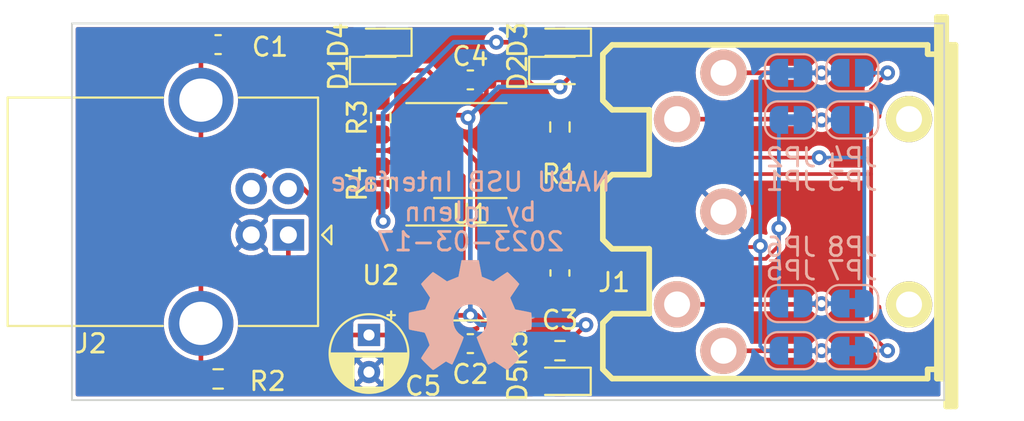
<source format=kicad_pcb>
(kicad_pcb (version 20221018) (generator pcbnew)
  (layers (0 "F.Cu" signal) (31 "B.Cu" signal) (34 "B.Paste" user) (35 "F.Paste" user) (36 "B.SilkS" user "B.Silkscreen") (37 "F.SilkS" user "F.Silkscreen") (38 "B.Mask" user) (39 "F.Mask" user) (44 "Edge.Cuts" user))
  (net 0 "")
  (net 1 "Net-(J2-Shield)")
  (net 2 "GND")
  (net 3 "+5V")
  (net 4 "+3.3V")
  (net 5 "/RXD-")
  (net 6 "/TXD-")
  (net 7 "/TXD+")
  (net 8 "/RXD+")
  (net 9 "Net-(J2-D-)")
  (net 10 "Net-(J2-D+)")
  (net 12 "Net-(D1-K)")
  (net 13 "Net-(D2-K)")
  (net 14 "Net-(U1-RO)")
  (net 15 "Net-(U1-DI)")
  (net 16 "Net-(D5-A)")
  (net 17 "Net-(JP1-A)")
  (net 18 "Net-(JP2-A)")
  (net 19 "Net-(JP5-A)")
  (net 20 "Net-(JP6-A)")
  (footprint "LED_SMD:LED_0603_1608Metric_Pad1.05x0.95mm_HandSolder" (layer "F.Cu") (at 97.423 92.456 180)
    (fp_text reference "D3" (at 2.3 0.127 90) (layer "F.SilkS"))
    (fp_text value "LED")
    (pad "1" smd roundrect (at -0.875 0 180) (size 1.05 0.95) (layers "F.Cu" "F.Paste" "F.Mask") (net 2 "GND"))
    (pad "2" smd roundrect (at 0.875 0 180) (size 1.05 0.95) (layers "F.Cu" "F.Paste" "F.Mask") (net 13 "Net-(D2-K)"))
  )
  (footprint "Capacitor_THT:CP_Radial_D4.0mm_P2.00mm" (layer "F.Cu") (at 87.122 108.247401 -90)
    (fp_text reference "C5" (at 2.750599 -2.921 -180) (layer "F.SilkS"))
    (fp_text value "47u")
    (pad "1" thru_hole rect (at 0 0 270) (size 1.2 1.2) (drill 0.6) (layers "*.Cu" "*.Mask") (net 3 "+5V"))
    (pad "2" thru_hole circle (at 2 0 270) (size 1.2 1.2) (drill 0.6) (layers "*.Cu" "*.Mask") (net 2 "GND"))
  )
  (footprint "Connector_USB:USB_B_OST_USB-B1HSxx_Horizontal" (layer "F.Cu") (at 82.7775 102.85 180)
    (fp_text reference "J2" (at 10.6415 -5.862) (layer "F.SilkS"))
    (fp_text value "USB_B")
    (pad "1" thru_hole rect (at 0 0 180) (size 1.7 1.7) (drill 0.92) (layers "*.Cu" "*.Mask") (net 3 "+5V"))
    (pad "2" thru_hole circle (at 0 2.5 180) (size 1.7 1.7) (drill 0.92) (layers "*.Cu" "*.Mask") (net 9 "Net-(J2-D-)"))
    (pad "3" thru_hole circle (at 2 2.5 180) (size 1.7 1.7) (drill 0.92) (layers "*.Cu" "*.Mask") (net 10 "Net-(J2-D+)"))
    (pad "4" thru_hole circle (at 2 0 180) (size 1.7 1.7) (drill 0.92) (layers "*.Cu" "*.Mask") (net 2 "GND"))
    (pad "5" thru_hole circle (at 4.71 -4.77 180) (size 3.5 3.5) (drill 2.33) (layers "*.Cu" "*.Mask") (net 1 "Net-(J2-Shield)"))
    (pad "5" thru_hole circle (at 4.71 7.27 180) (size 3.5 3.5) (drill 2.33) (layers "*.Cu" "*.Mask") (net 1 "Net-(J2-Shield)"))
  )
  (footprint "Capacitor_SMD:C_0603_1608Metric_Pad1.08x0.95mm_HandSolder" (layer "F.Cu") (at 97.409 104.902 -90)
    (fp_text reference "C3" (at 2.54 0 -180) (layer "F.SilkS"))
    (fp_text value "100n")
    (pad "1" smd roundrect (at -0.8625 0 270) (size 1.075 0.95) (layers "F.Cu" "F.Paste" "F.Mask") (net 4 "+3.3V"))
    (pad "2" smd roundrect (at 0.8625 0 270) (size 1.075 0.95) (layers "F.Cu" "F.Paste" "F.Mask") (net 2 "GND"))
  )
  (footprint "Package_SO:SOIC-8_3.9x4.9mm_P1.27mm" (layer "F.Cu") (at 92.583 98.298)
    (fp_text reference "U1" (at 0 3.429) (layer "F.SilkS"))
    (fp_text value "SN75179BD")
    (pad "1" smd roundrect (at -2.475 -1.905) (size 1.95 0.6) (layers "F.Cu" "F.Paste" "F.Mask") (net 3 "+5V"))
    (pad "2" smd roundrect (at -2.475 -0.635) (size 1.95 0.6) (layers "F.Cu" "F.Paste" "F.Mask") (net 14 "Net-(U1-RO)"))
    (pad "3" smd roundrect (at -2.475 0.635) (size 1.95 0.6) (layers "F.Cu" "F.Paste" "F.Mask") (net 15 "Net-(U1-DI)"))
    (pad "4" smd roundrect (at -2.475 1.905) (size 1.95 0.6) (layers "F.Cu" "F.Paste" "F.Mask") (net 2 "GND"))
    (pad "5" smd roundrect (at 2.475 1.905) (size 1.95 0.6) (layers "F.Cu" "F.Paste" "F.Mask") (net 6 "/TXD-"))
    (pad "6" smd roundrect (at 2.475 0.635) (size 1.95 0.6) (layers "F.Cu" "F.Paste" "F.Mask") (net 7 "/TXD+"))
    (pad "7" smd roundrect (at 2.475 -0.635) (size 1.95 0.6) (layers "F.Cu" "F.Paste" "F.Mask") (net 5 "/RXD-"))
    (pad "8" smd roundrect (at 2.475 -1.905) (size 1.95 0.6) (layers "F.Cu" "F.Paste" "F.Mask") (net 8 "/RXD+"))
  )
  (footprint "Resistor_SMD:R_0603_1608Metric_Pad0.98x0.95mm_HandSolder" (layer "F.Cu") (at 87.757 96.52 -90)
    (fp_text reference "R3" (at 0 1.27 90) (layer "F.SilkS"))
    (fp_text value "1K")
    (pad "1" smd roundrect (at -0.9125 0 270) (size 0.975 0.95) (layers "F.Cu" "F.Paste" "F.Mask") (net 12 "Net-(D1-K)"))
    (pad "2" smd roundrect (at 0.9125 0 270) (size 0.975 0.95) (layers "F.Cu" "F.Paste" "F.Mask") (net 14 "Net-(U1-RO)"))
  )
  (footprint "LED_SMD:LED_0603_1608Metric_Pad1.05x0.95mm_HandSolder" (layer "F.Cu") (at 97.409 110.744 180)
    (fp_text reference "D5" (at 2.286 -0.127 90) (layer "F.SilkS"))
    (fp_text value "LED")
    (pad "1" smd roundrect (at -0.875 0 180) (size 1.05 0.95) (layers "F.Cu" "F.Paste" "F.Mask") (net 2 "GND"))
    (pad "2" smd roundrect (at 0.875 0 180) (size 1.05 0.95) (layers "F.Cu" "F.Paste" "F.Mask") (net 16 "Net-(D5-A)"))
  )
  (footprint "LED_SMD:LED_0603_1608Metric_Pad1.05x0.95mm_HandSolder" (layer "F.Cu") (at 87.757 92.456 180)
    (fp_text reference "D4" (at 2.286 0.127 90) (layer "F.SilkS"))
    (fp_text value "LED")
    (pad "1" smd roundrect (at -0.875 0 180) (size 1.05 0.95) (layers "F.Cu" "F.Paste" "F.Mask") (net 2 "GND"))
    (pad "2" smd roundrect (at 0.875 0 180) (size 1.05 0.95) (layers "F.Cu" "F.Paste" "F.Mask") (net 12 "Net-(D1-K)"))
  )
  (footprint "LED_SMD:LED_0603_1608Metric_Pad1.05x0.95mm_HandSolder" (layer "F.Cu") (at 97.409 93.98)
    (fp_text reference "D2" (at -2.286 0.127 90) (layer "F.SilkS"))
    (fp_text value "LED")
    (pad "1" smd roundrect (at -0.875 0) (size 1.05 0.95) (layers "F.Cu" "F.Paste" "F.Mask") (net 13 "Net-(D2-K)"))
    (pad "2" smd roundrect (at 0.875 0) (size 1.05 0.95) (layers "F.Cu" "F.Paste" "F.Mask") (net 3 "+5V"))
  )
  (footprint "Capacitor_SMD:C_0603_1608Metric_Pad1.08x0.95mm_HandSolder" (layer "F.Cu") (at 92.583 94.488)
    (fp_text reference "C4" (at 0 -1.27) (layer "F.SilkS"))
    (fp_text value "100n")
    (pad "1" smd roundrect (at -0.8625 0) (size 1.075 0.95) (layers "F.Cu" "F.Paste" "F.Mask") (net 3 "+5V"))
    (pad "2" smd roundrect (at 0.8625 0) (size 1.075 0.95) (layers "F.Cu" "F.Paste" "F.Mask") (net 2 "GND"))
  )
  (footprint "Resistor_SMD:R_0603_1608Metric_Pad0.98x0.95mm_HandSolder" (layer "F.Cu") (at 97.409 97.028 -90)
    (fp_text reference "R1" (at 2.54 0 -180) (layer "F.SilkS"))
    (fp_text value "120")
    (pad "1" smd roundrect (at -0.9125 0 270) (size 0.975 0.95) (layers "F.Cu" "F.Paste" "F.Mask") (net 8 "/RXD+"))
    (pad "2" smd roundrect (at 0.9125 0 270) (size 0.975 0.95) (layers "F.Cu" "F.Paste" "F.Mask") (net 5 "/RXD-"))
  )
  (footprint "Capacitor_SMD:C_0603_1608Metric_Pad1.08x0.95mm_HandSolder" (layer "F.Cu") (at 92.583 108.712 180)
    (fp_text reference "C2" (at 0 -1.651) (layer "F.SilkS"))
    (fp_text value "100n")
    (pad "1" smd roundrect (at -0.8625 0 180) (size 1.075 0.95) (layers "F.Cu" "F.Paste" "F.Mask") (net 3 "+5V"))
    (pad "2" smd roundrect (at 0.8625 0 180) (size 1.075 0.95) (layers "F.Cu" "F.Paste" "F.Mask") (net 2 "GND"))
  )
  (footprint "Capacitor_SMD:C_0603_1608Metric_Pad1.08x0.95mm_HandSolder" (layer "F.Cu") (at 78.994 92.583)
    (fp_text reference "C1" (at 2.794 0.127) (layer "F.SilkS"))
    (fp_text value "10n")
    (pad "1" smd roundrect (at -0.8625 0) (size 1.075 0.95) (layers "F.Cu" "F.Paste" "F.Mask") (net 1 "Net-(J2-Shield)"))
    (pad "2" smd roundrect (at 0.8625 0) (size 1.075 0.95) (layers "F.Cu" "F.Paste" "F.Mask") (net 2 "GND"))
  )
  (footprint "LED_SMD:LED_0603_1608Metric_Pad1.05x0.95mm_HandSolder" (layer "F.Cu") (at 87.757 93.98)
    (fp_text reference "D1" (at -2.286 0.127 90) (layer "F.SilkS"))
    (fp_text value "LED")
    (pad "1" smd roundrect (at -0.875 0) (size 1.05 0.95) (layers "F.Cu" "F.Paste" "F.Mask") (net 12 "Net-(D1-K)"))
    (pad "2" smd roundrect (at 0.875 0) (size 1.05 0.95) (layers "F.Cu" "F.Paste" "F.Mask") (net 3 "+5V"))
  )
  (footprint "Resistor_SMD:R_0603_1608Metric_Pad0.98x0.95mm_HandSolder" (layer "F.Cu") (at 97.409 109.093)
    (fp_text reference "R5" (at -2.286 -0.127 90) (layer "F.SilkS"))
    (fp_text value "1K")
    (pad "1" smd roundrect (at -0.9125 0) (size 0.975 0.95) (layers "F.Cu" "F.Paste" "F.Mask") (net 16 "Net-(D5-A)"))
    (pad "2" smd roundrect (at 0.9125 0) (size 0.975 0.95) (layers "F.Cu" "F.Paste" "F.Mask") (net 3 "+5V"))
  )
  (footprint "Resistor_SMD:R_0603_1608Metric_Pad0.98x0.95mm_HandSolder" (layer "F.Cu") (at 78.994 110.617)
    (fp_text reference "R2" (at 2.667 0.127) (layer "F.SilkS"))
    (fp_text value "1M")
    (pad "1" smd roundrect (at -0.9125 0) (size 0.975 0.95) (layers "F.Cu" "F.Paste" "F.Mask") (net 1 "Net-(J2-Shield)"))
    (pad "2" smd roundrect (at 0.9125 0) (size 0.975 0.95) (layers "F.Cu" "F.Paste" "F.Mask") (net 2 "GND"))
  )
  (footprint "Package_SO:SOP-8_3.9x4.9mm_P1.27mm" (layer "F.Cu") (at 92.583 104.902)
    (fp_text reference "U2" (at -4.826 0.127) (layer "F.SilkS"))
    (fp_text value "CH340N")
    (pad "1" smd roundrect (at -2.625 -1.905) (size 1.65 0.6) (layers "F.Cu" "F.Paste" "F.Mask") (net 10 "Net-(J2-D+)"))
    (pad "2" smd roundrect (at -2.625 -0.635) (size 1.65 0.6) (layers "F.Cu" "F.Paste" "F.Mask") (net 9 "Net-(J2-D-)"))
    (pad "3" smd roundrect (at -2.625 0.635) (size 1.65 0.6) (layers "F.Cu" "F.Paste" "F.Mask") (net 2 "GND"))
    (pad "4" smd roundrect (at -2.625 1.905) (size 1.65 0.6) (layers "F.Cu" "F.Paste" "F.Mask"))
    (pad "5" smd roundrect (at 2.625 1.905) (size 1.65 0.6) (layers "F.Cu" "F.Paste" "F.Mask") (net 3 "+5V"))
    (pad "6" smd roundrect (at 2.625 0.635) (size 1.65 0.6) (layers "F.Cu" "F.Paste" "F.Mask") (net 15 "Net-(U1-DI)"))
    (pad "7" smd roundrect (at 2.625 -0.635) (size 1.65 0.6) (layers "F.Cu" "F.Paste" "F.Mask") (net 14 "Net-(U1-RO)"))
    (pad "8" smd roundrect (at 2.625 -1.905) (size 1.65 0.6) (layers "F.Cu" "F.Paste" "F.Mask") (net 4 "+3.3V"))
  )
  (footprint "Resistor_SMD:R_0603_1608Metric_Pad0.98x0.95mm_HandSolder" (layer "F.Cu") (at 87.757 100.076 90)
    (fp_text reference "R4" (at 0 -1.27 90) (layer "F.SilkS"))
    (fp_text value "1K")
    (pad "1" smd roundrect (at -0.9125 0 90) (size 0.975 0.95) (layers "F.Cu" "F.Paste" "F.Mask") (net 13 "Net-(D2-K)"))
    (pad "2" smd roundrect (at 0.9125 0 90) (size 0.975 0.95) (layers "F.Cu" "F.Paste" "F.Mask") (net 15 "Net-(U1-DI)"))
  )
  (footprint "Eurocad:MIDI_DIN5" (layer "F.Cu") (at 109.22 101.6 90)
    (fp_text reference "J1" (at -3.81 -8.89 180) (layer "F.SilkS"))
    (fp_text value "DIN-5_180degree" hide)
    (pad "" np_thru_hole circle (at -5.00126 6.9977 90) (size 2.49936 2.49936) (drill 1.397) (layers "*.Cu" "*.Mask" "F.SilkS"))
    (pad "" np_thru_hole circle (at 5.00126 6.9977 90) (size 2.49936 2.49936) (drill 1.397) (layers "*.Cu" "*.Mask" "F.SilkS"))
    (pad "1" thru_hole circle (at 7.49808 -2.9972 90) (size 2.49936 2.49936) (drill 1.397) (layers "*.Cu" "*.SilkS" "*.Mask") (net 18 "Net-(JP2-A)"))
    (pad "2" thru_hole circle (at 0 -2.99974 90) (size 2.49936 2.49936) (drill 1.397) (layers "*.Cu" "*.SilkS" "*.Mask") (net 2 "GND"))
    (pad "3" thru_hole circle (at -7.49808 -2.9972 90) (size 2.49936 2.49936) (drill 1.397) (layers "*.Cu" "*.SilkS" "*.Mask") (net 19 "Net-(JP5-A)"))
    (pad "4" thru_hole circle (at 4.99618 -5.4991 90) (size 2.49936 2.49936) (drill 1.397) (layers "*.Cu" "*.SilkS" "*.Mask") (net 17 "Net-(JP1-A)"))
    (pad "5" thru_hole circle (at -4.99618 -5.4991 90) (size 2.49936 2.49936) (drill 1.397) (layers "*.Cu" "*.SilkS" "*.Mask") (net 20 "Net-(JP6-A)"))
  )
  (footprint "Jumper:SolderJumper-2_P1.3mm_Bridged_RoundedPad1.0x1.5mm" (layer "B.Cu") (at 113.157 106.553)
    (fp_text reference "JP8" (at 0 -3.048) (layer "B.SilkS") (effects (justify mirror)))
    (fp_text value "SolderJumper_2_Bridged")
    (fp_poly (pts (xy 0.25 0.3) (xy -0.25 0.3) (xy -0.25 -0.3) (xy 0.25 -0.3)) (fill solid) (layer "B.Cu"))
    (pad "1" smd custom (at -0.65 0) (size 1 0.5) (layers "B.Cu" "B.Mask") (net 20 "Net-(JP6-A)") (options (clearance outline) (anchor rect)) (primitives (gr_circle (center 0 -0.25) (end 0.5 -0.25) (width 0) (fill yes)) (gr_circle (center 0 0.25) (end 0.5 0.25) (width 0) (fill yes)) (gr_poly (pts (xy 0.5 -0.75) (xy 0 -0.75) (xy 0 0.75) (xy 0.5 0.75)) (width 0) (fill yes))))
    (pad "2" smd custom (at 0.65 0) (size 1 0.5) (layers "B.Cu" "B.Mask") (net 8 "/RXD+") (options (clearance outline) (anchor rect)) (primitives (gr_circle (center 0 -0.25) (end 0.5 -0.25) (width 0) (fill yes)) (gr_circle (center 0 0.25) (end 0.5 0.25) (width 0) (fill yes)) (gr_poly (pts (xy 0 -0.75) (xy -0.5 -0.75) (xy -0.5 0.75) (xy 0 0.75)) (width 0) (fill yes))))
  )
  (footprint "Jumper:SolderJumper-2_P1.3mm_Bridged_RoundedPad1.0x1.5mm" (layer "B.Cu") (at 113.157 109.093)
    (fp_text reference "JP7" (at 0 -4.318) (layer "B.SilkS") (effects (justify mirror)))
    (fp_text value "SolderJumper_2_Bridged")
    (fp_poly (pts (xy 0.25 0.3) (xy -0.25 0.3) (xy -0.25 -0.3) (xy 0.25 -0.3)) (fill solid) (layer "B.Cu"))
    (pad "1" smd custom (at -0.65 0) (size 1 0.5) (layers "B.Cu" "B.Mask") (net 19 "Net-(JP5-A)") (options (clearance outline) (anchor rect)) (primitives (gr_circle (center 0 -0.25) (end 0.5 -0.25) (width 0) (fill yes)) (gr_circle (center 0 0.25) (end 0.5 0.25) (width 0) (fill yes)) (gr_poly (pts (xy 0.5 -0.75) (xy 0 -0.75) (xy 0 0.75) (xy 0.5 0.75)) (width 0) (fill yes))))
    (pad "2" smd custom (at 0.65 0) (size 1 0.5) (layers "B.Cu" "B.Mask") (net 5 "/RXD-") (options (clearance outline) (anchor rect)) (primitives (gr_circle (center 0 -0.25) (end 0.5 -0.25) (width 0) (fill yes)) (gr_circle (center 0 0.25) (end 0.5 0.25) (width 0) (fill yes)) (gr_poly (pts (xy 0 -0.75) (xy -0.5 -0.75) (xy -0.5 0.75) (xy 0 0.75)) (width 0) (fill yes))))
  )
  (footprint "Symbol:OSHW-Symbol_6.7x6mm_SilkScreen" (layer "B.Cu") (at 92.583 107.188 180)
    (fp_text reference "REF**" hide)
    (fp_text value "OSHW-Symbol_6.7x6mm_SilkScreen" hide)
  )
  (footprint "Jumper:SolderJumper-2_P1.3mm_Open_RoundedPad1.0x1.5mm" (layer "B.Cu") (at 113.157 96.647)
    (fp_text reference "JP3" (at 0 3.302) (layer "B.SilkS") (effects (justify mirror)))
    (fp_text value "SolderJumper_2_Open")
    (pad "1" smd custom (at -0.65 0) (size 1 0.5) (layers "B.Cu" "B.Mask") (net 17 "Net-(JP1-A)") (options (clearance outline) (anchor rect)) (primitives (gr_circle (center 0 -0.25) (end 0.5 -0.25) (width 0) (fill yes)) (gr_circle (center 0 0.25) (end 0.5 0.25) (width 0) (fill yes)) (gr_poly (pts (xy 0.5 -0.75) (xy 0 -0.75) (xy 0 0.75) (xy 0.5 0.75)) (width 0) (fill yes))))
    (pad "2" smd custom (at 0.65 0) (size 1 0.5) (layers "B.Cu" "B.Mask") (net 8 "/RXD+") (options (clearance outline) (anchor rect)) (primitives (gr_circle (center 0 -0.25) (end 0.5 -0.25) (width 0) (fill yes)) (gr_circle (center 0 0.25) (end 0.5 0.25) (width 0) (fill yes)) (gr_poly (pts (xy 0 -0.75) (xy -0.5 -0.75) (xy -0.5 0.75) (xy 0 0.75)) (width 0) (fill yes))))
  )
  (footprint "Jumper:SolderJumper-2_P1.3mm_Open_RoundedPad1.0x1.5mm" (layer "B.Cu") (at 109.855 109.093 180)
    (fp_text reference "JP5" (at 0 4.318) (layer "B.SilkS") (effects (justify mirror)))
    (fp_text value "SolderJumper_2_Open")
    (pad "1" smd custom (at -0.65 0 180) (size 1 0.5) (layers "B.Cu" "B.Mask") (net 19 "Net-(JP5-A)") (options (clearance outline) (anchor rect)) (primitives (gr_circle (center 0 -0.25) (end 0.5 -0.25) (width 0) (fill yes)) (gr_circle (center 0 0.25) (end 0.5 0.25) (width 0) (fill yes)) (gr_poly (pts (xy 0.5 -0.75) (xy 0 -0.75) (xy 0 0.75) (xy 0.5 0.75)) (width 0) (fill yes))))
    (pad "2" smd custom (at 0.65 0 180) (size 1 0.5) (layers "B.Cu" "B.Mask") (net 7 "/TXD+") (options (clearance outline) (anchor rect)) (primitives (gr_circle (center 0 -0.25) (end 0.5 -0.25) (width 0) (fill yes)) (gr_circle (center 0 0.25) (end 0.5 0.25) (width 0) (fill yes)) (gr_poly (pts (xy 0 -0.75) (xy -0.5 -0.75) (xy -0.5 0.75) (xy 0 0.75)) (width 0) (fill yes))))
  )
  (footprint "Jumper:SolderJumper-2_P1.3mm_Bridged_RoundedPad1.0x1.5mm" (layer "B.Cu") (at 109.855 94.107 180)
    (fp_text reference "JP2" (at 0 -4.572) (layer "B.SilkS") (effects (justify mirror)))
    (fp_text value "SolderJumper_2_Bridged")
    (fp_poly (pts (xy 0.25 0.3) (xy -0.25 0.3) (xy -0.25 -0.3) (xy 0.25 -0.3)) (fill solid) (layer "B.Cu"))
    (pad "1" smd custom (at -0.65 0 180) (size 1 0.5) (layers "B.Cu" "B.Mask") (net 18 "Net-(JP2-A)") (options (clearance outline) (anchor rect)) (primitives (gr_circle (center 0 -0.25) (end 0.5 -0.25) (width 0) (fill yes)) (gr_circle (center 0 0.25) (end 0.5 0.25) (width 0) (fill yes)) (gr_poly (pts (xy 0.5 -0.75) (xy 0 -0.75) (xy 0 0.75) (xy 0.5 0.75)) (width 0) (fill yes))))
    (pad "2" smd custom (at 0.65 0 180) (size 1 0.5) (layers "B.Cu" "B.Mask") (net 7 "/TXD+") (options (clearance outline) (anchor rect)) (primitives (gr_circle (center 0 -0.25) (end 0.5 -0.25) (width 0) (fill yes)) (gr_circle (center 0 0.25) (end 0.5 0.25) (width 0) (fill yes)) (gr_poly (pts (xy 0 -0.75) (xy -0.5 -0.75) (xy -0.5 0.75) (xy 0 0.75)) (width 0) (fill yes))))
  )
  (footprint "Jumper:SolderJumper-2_P1.3mm_Open_RoundedPad1.0x1.5mm" (layer "B.Cu") (at 109.855 106.553 180)
    (fp_text reference "JP6" (at 0 3.048) (layer "B.SilkS") (effects (justify mirror)))
    (fp_text value "SolderJumper_2_Open")
    (pad "1" smd custom (at -0.65 0 180) (size 1 0.5) (layers "B.Cu" "B.Mask") (net 20 "Net-(JP6-A)") (options (clearance outline) (anchor rect)) (primitives (gr_circle (center 0 -0.25) (end 0.5 -0.25) (width 0) (fill yes)) (gr_circle (center 0 0.25) (end 0.5 0.25) (width 0) (fill yes)) (gr_poly (pts (xy 0.5 -0.75) (xy 0 -0.75) (xy 0 0.75) (xy 0.5 0.75)) (width 0) (fill yes))))
    (pad "2" smd custom (at 0.65 0 180) (size 1 0.5) (layers "B.Cu" "B.Mask") (net 6 "/TXD-") (options (clearance outline) (anchor rect)) (primitives (gr_circle (center 0 -0.25) (end 0.5 -0.25) (width 0) (fill yes)) (gr_circle (center 0 0.25) (end 0.5 0.25) (width 0) (fill yes)) (gr_poly (pts (xy 0 -0.75) (xy -0.5 -0.75) (xy -0.5 0.75) (xy 0 0.75)) (width 0) (fill yes))))
  )
  (footprint "Jumper:SolderJumper-2_P1.3mm_Bridged_RoundedPad1.0x1.5mm" (layer "B.Cu") (at 109.855 96.647 180)
    (fp_text reference "JP1" (at 0 -3.302) (layer "B.SilkS") (effects (justify mirror)))
    (fp_text value "SolderJumper_2_Bridged")
    (fp_poly (pts (xy 0.25 0.3) (xy -0.25 0.3) (xy -0.25 -0.3) (xy 0.25 -0.3)) (fill solid) (layer "B.Cu"))
    (pad "1" smd custom (at -0.65 0 180) (size 1 0.5) (layers "B.Cu" "B.Mask") (net 17 "Net-(JP1-A)") (options (clearance outline) (anchor rect)) (primitives (gr_circle (center 0 -0.25) (end 0.5 -0.25) (width 0) (fill yes)) (gr_circle (center 0 0.25) (end 0.5 0.25) (width 0) (fill yes)) (gr_poly (pts (xy 0.5 -0.75) (xy 0 -0.75) (xy 0 0.75) (xy 0.5 0.75)) (width 0) (fill yes))))
    (pad "2" smd custom (at 0.65 0 180) (size 1 0.5) (layers "B.Cu" "B.Mask") (net 6 "/TXD-") (options (clearance outline) (anchor rect)) (primitives (gr_circle (center 0 -0.25) (end 0.5 -0.25) (width 0) (fill yes)) (gr_circle (center 0 0.25) (end 0.5 0.25) (width 0) (fill yes)) (gr_poly (pts (xy 0 -0.75) (xy -0.5 -0.75) (xy -0.5 0.75) (xy 0 0.75)) (width 0) (fill yes))))
  )
  (footprint "Jumper:SolderJumper-2_P1.3mm_Open_RoundedPad1.0x1.5mm" (layer "B.Cu") (at 113.157 94.107)
    (fp_text reference "JP4" (at 0 4.572) (layer "B.SilkS") (effects (justify mirror)))
    (fp_text value "SolderJumper_2_Open")
    (pad "1" smd custom (at -0.65 0) (size 1 0.5) (layers "B.Cu" "B.Mask") (net 18 "Net-(JP2-A)") (options (clearance outline) (anchor rect)) (primitives (gr_circle (center 0 -0.25) (end 0.5 -0.25) (width 0) (fill yes)) (gr_circle (center 0 0.25) (end 0.5 0.25) (width 0) (fill yes)) (gr_poly (pts (xy 0.5 -0.75) (xy 0 -0.75) (xy 0 0.75) (xy 0.5 0.75)) (width 0) (fill yes))))
    (pad "2" smd custom (at 0.65 0) (size 1 0.5) (layers "B.Cu" "B.Mask") (net 5 "/RXD-") (options (clearance outline) (anchor rect)) (primitives (gr_circle (center 0 -0.25) (end 0.5 -0.25) (width 0) (fill yes)) (gr_circle (center 0 0.25) (end 0.5 0.25) (width 0) (fill yes)) (gr_poly (pts (xy 0 -0.75) (xy -0.5 -0.75) (xy -0.5 0.75) (xy 0 0.75)) (width 0) (fill yes))))
  )
  (gr_line (start 118.11 91.44) (end 71.12 91.44) (stroke (width 0.1)) (layer "Edge.Cuts"))
  (gr_line (start 71.12 91.44) (end 71.12 111.76) (stroke (width 0.1)) (layer "Edge.Cuts"))
  (gr_line (start 118.11 111.76) (end 118.11 91.44) (stroke (width 0.1)) (layer "Edge.Cuts"))
  (gr_line (start 71.12 111.76) (end 118.11 111.76) (stroke (width 0.1)) (layer "Edge.Cuts"))
  (gr_text "NABU USB Interface\nby rglenn\n2023-03-17" (at 92.583 101.6) (layer "B.SilkS") (effects (font (size 1 1)) (justify mirror)))
  (segment (start 78.0675 95.58) (end 78.0675 107.62) (width 0.25) (layer "F.Cu") (net 1))
  (segment (start 78.0675 107.62) (end 78.0675 110.603) (width 0.25) (layer "F.Cu") (net 1))
  (segment (start 78.0675 110.603) (end 78.0815 110.617) (width 0.25) (layer "F.Cu") (net 1))
  (segment (start 78.0675 95.58) (end 78.0675 92.647) (width 0.25) (layer "F.Cu") (net 1))
  (segment (start 78.0675 92.647) (end 78.1315 92.583) (width 0.25) (layer "F.Cu") (net 1))
  (segment (start 98.3215 108.1805) (end 98.806 107.696) (width 0.25) (layer "F.Cu") (net 3))
  (segment (start 98.284 93.994) (end 97.409 94.869) (width 0.25) (layer "F.Cu") (net 3))
  (segment (start 90.380599 108.247401) (end 91.44 107.188) (width 0.25) (layer "F.Cu") (net 3))
  (segment (start 82.7775 102.85) (end 82.7775 105.6375) (width 0.25) (layer "F.Cu") (net 3))
  (segment (start 82.7775 105.6375) (end 85.387401 108.247401) (width 0.25) (layer "F.Cu") (net 3))
  (segment (start 95.208 106.807) (end 95.208 108.119) (width 0.25) (layer "F.Cu") (net 3))
  (segment (start 92.583 107.188) (end 91.44 107.188) (width 0.25) (layer "F.Cu") (net 3))
  (segment (start 85.387401 108.247401) (end 87.122 108.247401) (width 0.25) (layer "F.Cu") (net 3))
  (segment (start 91.7205 94.488) (end 90.805 94.488) (width 0.25) (layer "F.Cu") (net 3))
  (segment (start 92.964 107.188) (end 92.583 107.188) (width 0.25) (layer "F.Cu") (net 3))
  (segment (start 98.3215 109.093) (end 98.3215 108.1805) (width 0.25) (layer "F.Cu") (net 3))
  (segment (start 94.615 108.712) (end 93.4455 108.712) (width 0.25) (layer "F.Cu") (net 3))
  (segment (start 90.108 96.393) (end 92.329 96.393) (width 0.25) (layer "F.Cu") (net 3))
  (segment (start 90.805 94.488) (end 90.108 95.185) (width 0.25) (layer "F.Cu") (net 3))
  (segment (start 98.284 93.98) (end 98.284 93.994) (width 0.25) (layer "F.Cu") (net 3))
  (segment (start 90.297 93.98) (end 90.805 94.488) (width 0.25) (layer "F.Cu") (net 3))
  (segment (start 93.4455 108.712) (end 93.4455 107.6695) (width 0.25) (layer "F.Cu") (net 3))
  (segment (start 90.108 95.185) (end 90.108 96.393) (width 0.25) (layer "F.Cu") (net 3))
  (segment (start 93.4455 107.6695) (end 92.964 107.188) (width 0.25) (layer "F.Cu") (net 3))
  (segment (start 88.632 93.98) (end 90.297 93.98) (width 0.25) (layer "F.Cu") (net 3))
  (segment (start 87.122 108.247401) (end 90.380599 108.247401) (width 0.25) (layer "F.Cu") (net 3))
  (segment (start 92.329 96.393) (end 92.456 96.52) (width 0.25) (layer "F.Cu") (net 3))
  (segment (start 95.208 108.119) (end 94.615 108.712) (width 0.25) (layer "F.Cu") (net 3))
  (via (at 97.409 94.869) (size 0.8) (drill 0.4) (layers "F.Cu" "B.Cu") (net 3))
  (via (at 92.456 96.52) (size 0.8) (drill 0.4) (layers "F.Cu" "B.Cu") (net 3))
  (via (at 92.583 107.188) (size 0.8) (drill 0.4) (layers "F.Cu" "B.Cu") (net 3))
  (via (at 98.806 107.696) (size 0.8) (drill 0.4) (layers "F.Cu" "B.Cu") (net 3))
  (segment (start 93.091 107.696) (end 92.583 107.188) (width 0.25) (layer "B.Cu") (net 3))
  (segment (start 97.409 94.869) (end 94.107 94.869) (width 0.25) (layer "B.Cu") (net 3))
  (segment (start 98.806 107.696) (end 93.091 107.696) (width 0.25) (layer "B.Cu") (net 3))
  (segment (start 92.456 96.52) (end 92.583 96.647) (width 0.25) (layer "B.Cu") (net 3))
  (segment (start 94.107 94.869) (end 92.456 96.52) (width 0.25) (layer "B.Cu") (net 3))
  (segment (start 92.583 96.647) (end 92.583 107.188) (width 0.25) (layer "B.Cu") (net 3))
  (segment (start 95.208 102.997) (end 96.3665 102.997) (width 0.25) (layer "F.Cu") (net 4))
  (segment (start 96.3665 102.997) (end 97.409 104.0395) (width 0.25) (layer "F.Cu") (net 4))
  (segment (start 102.616 99.568) (end 114.173 99.568) (width 0.2) (layer "F.Cu") (net 5))
  (segment (start 115.062 94.107) (end 114.173 94.996) (width 0.2) (layer "F.Cu") (net 5))
  (segment (start 95.058 97.663) (end 97.1315 97.663) (width 0.2) (layer "F.Cu") (net 5))
  (segment (start 114.173 99.568) (end 114.173 108.204) (width 0.2) (layer "F.Cu") (net 5))
  (segment (start 97.1315 97.663) (end 97.409 97.9405) (width 0.2) (layer "F.Cu") (net 5))
  (segment (start 100.9885 97.9405) (end 102.616 99.568) (width 0.2) (layer "F.Cu") (net 5))
  (segment (start 114.173 108.204) (end 115.062 109.093) (width 0.2) (layer "F.Cu") (net 5))
  (segment (start 114.173 97.79) (end 114.173 99.568) (width 0.2) (layer "F.Cu") (net 5))
  (segment (start 114.173 94.996) (end 114.173 97.79) (width 0.2) (layer "F.Cu") (net 5))
  (segment (start 97.409 97.9405) (end 100.9885 97.9405) (width 0.2) (layer "F.Cu") (net 5))
  (via (at 115.062 94.107) (size 0.8) (drill 0.4) (layers "F.Cu" "B.Cu") (net 5))
  (via (at 115.062 109.093) (size 0.8) (drill 0.4) (layers "F.Cu" "B.Cu") (net 5))
  (segment (start 115.062 109.093) (end 113.807 109.093) (width 0.2) (layer "B.Cu") (net 5))
  (segment (start 113.807 94.107) (end 115.062 94.107) (width 0.2) (layer "B.Cu") (net 5))
  (segment (start 108.49445 104.14) (end 98.995 104.14) (width 0.2) (layer "F.Cu") (net 6))
  (segment (start 109.205 102.489) (end 109.205 103.42945) (width 0.2) (layer "F.Cu") (net 6))
  (segment (start 109.205 103.42945) (end 108.49445 104.14) (width 0.2) (layer "F.Cu") (net 6))
  (segment (start 98.995 104.14) (end 95.058 100.203) (width 0.2) (layer "F.Cu") (net 6))
  (via (at 109.205 102.489) (size 0.8) (drill 0.4) (layers "F.Cu" "B.Cu") (net 6))
  (segment (start 109.205 106.553) (end 109.205 102.489) (width 0.2) (layer "B.Cu") (net 6))
  (segment (start 109.205 102.489) (end 109.205 96.647) (width 0.2) (layer "B.Cu") (net 6))
  (segment (start 103.886 103.505) (end 108.1395 103.505) (width 0.2) (layer "F.Cu") (net 7))
  (segment (start 108.1395 103.505) (end 108.204 103.4405) (width 0.2) (layer "F.Cu") (net 7))
  (segment (start 95.058 98.933) (end 99.314 98.933) (width 0.2) (layer "F.Cu") (net 7))
  (segment (start 99.314 98.933) (end 103.886 103.505) (width 0.2) (layer "F.Cu") (net 7))
  (via (at 108.204 103.4405) (size 0.8) (drill 0.4) (layers "F.Cu" "B.Cu") (net 7))
  (segment (start 108.204 108.839) (end 108.204 94.361) (width 0.2) (layer "B.Cu") (net 7))
  (segment (start 109.205 109.093) (end 108.458 109.093) (width 0.2) (layer "B.Cu") (net 7))
  (segment (start 108.458 94.107) (end 109.205 94.107) (width 0.2) (layer "B.Cu") (net 7))
  (segment (start 108.204 94.361) (end 108.458 94.107) (width 0.2) (layer "B.Cu") (net 7))
  (segment (start 108.458 109.093) (end 108.204 108.839) (width 0.2) (layer "B.Cu") (net 7))
  (segment (start 102.743 98.679) (end 100.1795 96.1155) (width 0.2) (layer "F.Cu") (net 8))
  (segment (start 100.1795 96.1155) (end 97.409 96.1155) (width 0.2) (layer "F.Cu") (net 8))
  (segment (start 111.379 98.679) (end 102.743 98.679) (width 0.2) (layer "F.Cu") (net 8))
  (segment (start 97.1315 96.393) (end 97.409 96.1155) (width 0.2) (layer "F.Cu") (net 8))
  (segment (start 95.058 96.393) (end 97.1315 96.393) (width 0.2) (layer "F.Cu") (net 8))
  (via (at 111.379 98.679) (size 0.8) (drill 0.4) (layers "F.Cu" "B.Cu") (net 8))
  (segment (start 111.379 98.679) (end 113.807 98.679) (width 0.2) (layer "B.Cu") (net 8))
  (segment (start 113.807 98.679) (end 113.807 96.647) (width 0.2) (layer "B.Cu") (net 8))
  (segment (start 113.807 106.553) (end 113.807 98.679) (width 0.2) (layer "B.Cu") (net 8))
  (segment (start 87.503 104.267) (end 83.586 100.35) (width 0.25) (layer "F.Cu") (net 9))
  (segment (start 83.586 100.35) (end 82.7775 100.35) (width 0.25) (layer "F.Cu") (net 9))
  (segment (start 89.958 104.267) (end 87.503 104.267) (width 0.25) (layer "F.Cu") (net 9))
  (segment (start 87.503 102.997) (end 83.566 99.06) (width 0.25) (layer "F.Cu") (net 10))
  (segment (start 83.566 99.06) (end 82.0675 99.06) (width 0.25) (layer "F.Cu") (net 10))
  (segment (start 89.958 102.997) (end 87.503 102.997) (width 0.25) (layer "F.Cu") (net 10))
  (segment (start 82.0675 99.06) (end 80.7775 100.35) (width 0.25) (layer "F.Cu") (net 10))
  (segment (start 86.882 94.7325) (end 87.757 95.6075) (width 0.25) (layer "F.Cu") (net 12))
  (segment (start 86.882 93.98) (end 86.882 94.7325) (width 0.25) (layer "F.Cu") (net 12))
  (segment (start 86.882 92.456) (end 86.882 93.98) (width 0.25) (layer "F.Cu") (net 12))
  (segment (start 96.548 92.456) (end 96.548 93.966) (width 0.25) (layer "F.Cu") (net 13))
  (segment (start 96.548 93.966) (end 96.534 93.98) (width 0.25) (layer "F.Cu") (net 13))
  (segment (start 87.757 101.981) (end 87.884 102.108) (width 0.25) (layer "F.Cu") (net 13))
  (segment (start 93.98 92.456) (end 96.548 92.456) (width 0.25) (layer "F.Cu") (net 13))
  (segment (start 87.757 100.9885) (end 87.757 101.981) (width 0.25) (layer "F.Cu") (net 13))
  (via (at 93.98 92.456) (size 0.8) (drill 0.4) (layers "F.Cu" "B.Cu") (net 13))
  (via (at 87.884 102.108) (size 0.8) (drill 0.4) (layers "F.Cu" "B.Cu") (net 13))
  (segment (start 91.694 92.456) (end 93.98 92.456) (width 0.25) (layer "B.Cu") (net 13))
  (segment (start 87.884 96.266) (end 91.694 92.456) (width 0.25) (layer "B.Cu") (net 13))
  (segment (start 87.884 102.108) (end 87.884 96.266) (width 0.25) (layer "B.Cu") (net 13))
  (segment (start 95.208 104.267) (end 93.726 104.267) (width 0.25) (layer "F.Cu") (net 14))
  (segment (start 92.964 103.505) (end 92.964 98.933) (width 0.25) (layer "F.Cu") (net 14))
  (segment (start 90.108 97.663) (end 87.9875 97.663) (width 0.25) (layer "F.Cu") (net 14))
  (segment (start 92.964 98.933) (end 91.694 97.663) (width 0.25) (layer "F.Cu") (net 14))
  (segment (start 93.726 104.267) (end 92.964 103.505) (width 0.25) (layer "F.Cu") (net 14))
  (segment (start 87.9875 97.663) (end 87.757 97.4325) (width 0.25) (layer "F.Cu") (net 14))
  (segment (start 91.694 97.663) (end 90.108 97.663) (width 0.25) (layer "F.Cu") (net 14))
  (segment (start 87.9875 98.933) (end 87.757 99.1635) (width 0.25) (layer "F.Cu") (net 15))
  (segment (start 92.202 99.695) (end 91.44 98.933) (width 0.25) (layer "F.Cu") (net 15))
  (segment (start 91.44 98.933) (end 90.108 98.933) (width 0.25) (layer "F.Cu") (net 15))
  (segment (start 93.472 105.537) (end 92.202 104.267) (width 0.25) (layer "F.Cu") (net 15))
  (segment (start 92.202 104.267) (end 92.202 99.695) (width 0.25) (layer "F.Cu") (net 15))
  (segment (start 95.208 105.537) (end 93.472 105.537) (width 0.25) (layer "F.Cu") (net 15))
  (segment (start 90.108 98.933) (end 87.9875 98.933) (width 0.25) (layer "F.Cu") (net 15))
  (segment (start 96.534 110.744) (end 96.534 109.1305) (width 0.25) (layer "F.Cu") (net 16))
  (segment (start 96.534 109.1305) (end 96.4965 109.093) (width 0.25) (layer "F.Cu") (net 16))
  (segment (start 111.506 96.647) (end 111.46282 96.60382) (width 0.25) (layer "F.Cu") (net 17))
  (segment (start 111.46282 96.60382) (end 103.7209 96.60382) (width 0.25) (layer "F.Cu") (net 17))
  (via (at 111.506 96.647) (size 0.8) (drill 0.4) (layers "F.Cu" "B.Cu") (net 17))
  (segment (start 110.505 96.647) (end 112.507 96.647) (width 0.25) (layer "B.Cu") (net 17))
  (segment (start 111.50092 94.10192) (end 106.2228 94.10192) (width 0.25) (layer "F.Cu") (net 18))
  (segment (start 111.506 94.107) (end 111.50092 94.10192) (width 0.25) (layer "F.Cu") (net 18))
  (via (at 111.506 94.107) (size 0.8) (drill 0.4) (layers "F.Cu" "B.Cu") (net 18))
  (segment (start 110.505 94.107) (end 112.507 94.107) (width 0.25) (layer "B.Cu") (net 18))
  (segment (start 111.50092 109.09808) (end 106.2228 109.09808) (width 0.25) (layer "F.Cu") (net 19))
  (segment (start 111.506 109.093) (end 111.50092 109.09808) (width 0.25) (layer "F.Cu") (net 19))
  (via (at 111.506 109.093) (size 0.8) (drill 0.4) (layers "F.Cu" "B.Cu") (net 19))
  (segment (start 112.507 109.093) (end 110.505 109.093) (width 0.25) (layer "B.Cu") (net 19))
  (segment (start 111.506 106.553) (end 111.46282 106.59618) (width 0.25) (layer "F.Cu") (net 20))
  (segment (start 111.46282 106.59618) (end 103.7209 106.59618) (width 0.25) (layer "F.Cu") (net 20))
  (via (at 111.506 106.553) (size 0.8) (drill 0.4) (layers "F.Cu" "B.Cu") (net 20))
  (segment (start 112.507 106.553) (end 110.505 106.553) (width 0.25) (layer "B.Cu") (net 20))
  (zone (net 2) (net_name "GND") (layers "F&B.Cu") (connect_pads (clearance 0.25)) (min_thickness 0.2) (fill yes (thermal_gap 0.25) (thermal_bridge_width 0.25))
    (polygon (pts (xy 71.12 91.44) (xy 71.12 111.76) (xy 118.11 111.76) (xy 118.11 91.44)))
  )
)
</source>
